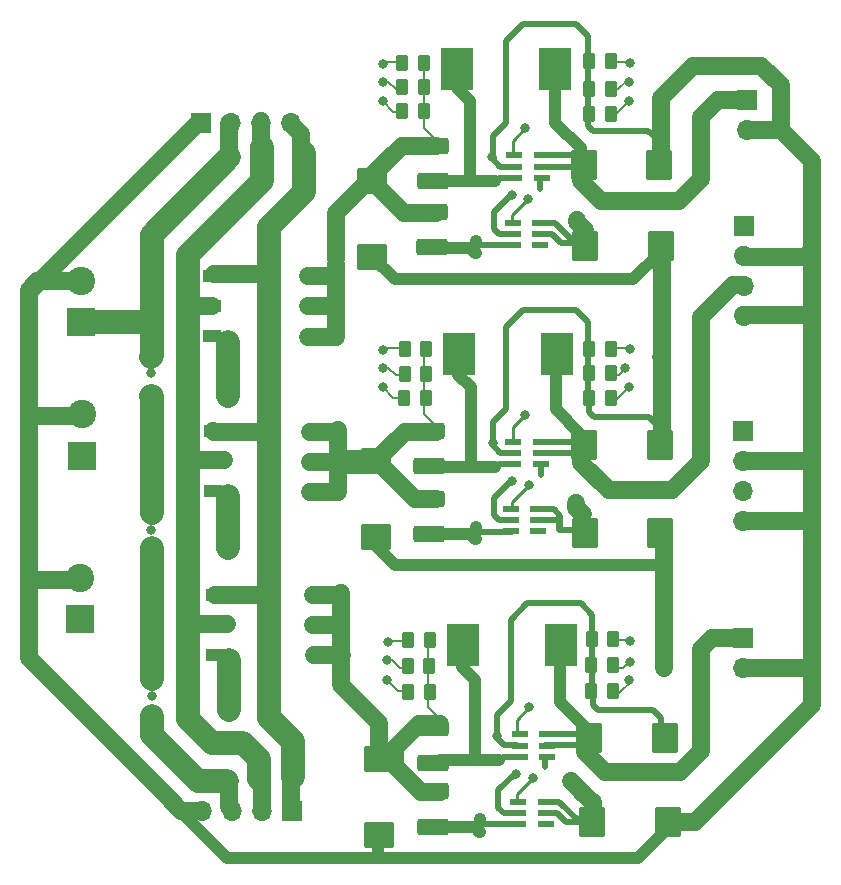
<source format=gbr>
%TF.GenerationSoftware,KiCad,Pcbnew,7.0.2*%
%TF.CreationDate,2023-05-19T15:17:25+02:00*%
%TF.ProjectId,78_1x39_1mm Solr tile,37382c31-7833-4392-9c31-6d6d20536f6c,rev?*%
%TF.SameCoordinates,Original*%
%TF.FileFunction,Copper,L2,Bot*%
%TF.FilePolarity,Positive*%
%FSLAX46Y46*%
G04 Gerber Fmt 4.6, Leading zero omitted, Abs format (unit mm)*
G04 Created by KiCad (PCBNEW 7.0.2) date 2023-05-19 15:17:25*
%MOMM*%
%LPD*%
G01*
G04 APERTURE LIST*
G04 Aperture macros list*
%AMRoundRect*
0 Rectangle with rounded corners*
0 $1 Rounding radius*
0 $2 $3 $4 $5 $6 $7 $8 $9 X,Y pos of 4 corners*
0 Add a 4 corners polygon primitive as box body*
4,1,4,$2,$3,$4,$5,$6,$7,$8,$9,$2,$3,0*
0 Add four circle primitives for the rounded corners*
1,1,$1+$1,$2,$3*
1,1,$1+$1,$4,$5*
1,1,$1+$1,$6,$7*
1,1,$1+$1,$8,$9*
0 Add four rect primitives between the rounded corners*
20,1,$1+$1,$2,$3,$4,$5,0*
20,1,$1+$1,$4,$5,$6,$7,0*
20,1,$1+$1,$6,$7,$8,$9,0*
20,1,$1+$1,$8,$9,$2,$3,0*%
G04 Aperture macros list end*
%TA.AperFunction,SMDPad,CuDef*%
%ADD10RoundRect,0.250000X-0.875000X-1.025000X0.875000X-1.025000X0.875000X1.025000X-0.875000X1.025000X0*%
%TD*%
%TA.AperFunction,SMDPad,CuDef*%
%ADD11RoundRect,0.250001X-1.074999X0.462499X-1.074999X-0.462499X1.074999X-0.462499X1.074999X0.462499X0*%
%TD*%
%TA.AperFunction,SMDPad,CuDef*%
%ADD12RoundRect,0.250000X0.262500X0.450000X-0.262500X0.450000X-0.262500X-0.450000X0.262500X-0.450000X0*%
%TD*%
%TA.AperFunction,ComponentPad*%
%ADD13R,1.700000X1.700000*%
%TD*%
%TA.AperFunction,ComponentPad*%
%ADD14O,1.700000X1.700000*%
%TD*%
%TA.AperFunction,SMDPad,CuDef*%
%ADD15RoundRect,0.088500X-0.596500X-0.206500X0.596500X-0.206500X0.596500X0.206500X-0.596500X0.206500X0*%
%TD*%
%TA.AperFunction,SMDPad,CuDef*%
%ADD16RoundRect,0.088500X0.596500X0.206500X-0.596500X0.206500X-0.596500X-0.206500X0.596500X-0.206500X0*%
%TD*%
%TA.AperFunction,SMDPad,CuDef*%
%ADD17RoundRect,0.250000X-1.025000X0.875000X-1.025000X-0.875000X1.025000X-0.875000X1.025000X0.875000X0*%
%TD*%
%TA.AperFunction,SMDPad,CuDef*%
%ADD18R,2.700000X3.600000*%
%TD*%
%TA.AperFunction,SMDPad,CuDef*%
%ADD19R,1.500000X1.100000*%
%TD*%
%TA.AperFunction,ComponentPad*%
%ADD20R,2.400000X2.400000*%
%TD*%
%TA.AperFunction,ComponentPad*%
%ADD21C,2.400000*%
%TD*%
%TA.AperFunction,ViaPad*%
%ADD22C,0.800000*%
%TD*%
%TA.AperFunction,Conductor*%
%ADD23C,0.500000*%
%TD*%
%TA.AperFunction,Conductor*%
%ADD24C,1.500000*%
%TD*%
%TA.AperFunction,Conductor*%
%ADD25C,1.000000*%
%TD*%
%TA.AperFunction,Conductor*%
%ADD26C,0.150000*%
%TD*%
%TA.AperFunction,Conductor*%
%ADD27C,0.250000*%
%TD*%
%TA.AperFunction,Conductor*%
%ADD28C,2.000000*%
%TD*%
G04 APERTURE END LIST*
D10*
%TO.P,MC5,1*%
%TO.N,SOLAR_LINE3*%
X81900000Y-74440000D03*
%TO.P,MC5,2*%
%TO.N,GND*%
X88300000Y-74440000D03*
%TD*%
D11*
%TO.P,MD1,1,K*%
%TO.N,VOUT_1*%
X69100000Y-49060000D03*
%TO.P,MD1,2,A*%
%TO.N,Net-(MD1-A)*%
X69100000Y-52035000D03*
%TD*%
D12*
%TO.P,MR7,1*%
%TO.N,Net-(J2-Pin_3)*%
X84117500Y-44225000D03*
%TO.P,MR7,2*%
%TO.N,GND*%
X82292500Y-44225000D03*
%TD*%
D11*
%TO.P,MD3,1,K*%
%TO.N,VOUT_2*%
X68710000Y-73250000D03*
%TO.P,MD3,2,A*%
%TO.N,Net-(MD3-A)*%
X68710000Y-76225000D03*
%TD*%
D12*
%TO.P,MR13,1*%
%TO.N,VOUT_3*%
X68790000Y-90935000D03*
%TO.P,MR13,2*%
%TO.N,Net-(J5-Pin_2)*%
X66965000Y-90935000D03*
%TD*%
D13*
%TO.P,J8,1,Pin_1*%
%TO.N,SOLAR_LINE4*%
X95320000Y-73240000D03*
D14*
%TO.P,J8,2,Pin_2*%
%TO.N,GND*%
X95320000Y-75780000D03*
%TO.P,J8,3,Pin_3*%
%TO.N,SOLAR_LINE5*%
X95320000Y-78320000D03*
%TO.P,J8,4,Pin_4*%
%TO.N,GND*%
X95320000Y-80860000D03*
%TD*%
D10*
%TO.P,MC8,1*%
%TO.N,SOLAR_LINE6*%
X82315000Y-99255000D03*
%TO.P,MC8,2*%
%TO.N,GND*%
X88715000Y-99255000D03*
%TD*%
%TO.P,MC7,1*%
%TO.N,SOLAR_LINE5*%
X82575000Y-106335000D03*
%TO.P,MC7,2*%
%TO.N,GND*%
X88975000Y-106335000D03*
%TD*%
D13*
%TO.P,J14,1,Pin_1*%
%TO.N,VOUT_5V0*%
X57160000Y-105390000D03*
D14*
%TO.P,J14,2,Pin_2*%
%TO.N,VOUT_9V0*%
X54620000Y-105390000D03*
%TO.P,J14,3,Pin_3*%
%TO.N,VOUT_12V0*%
X52080000Y-105390000D03*
%TO.P,J14,4,Pin_4*%
%TO.N,GND*%
X49540000Y-105390000D03*
%TD*%
D12*
%TO.P,MR6,1*%
%TO.N,Net-(J4-Pin_1)*%
X84122500Y-66270000D03*
%TO.P,MR6,2*%
%TO.N,GND*%
X82297500Y-66270000D03*
%TD*%
D15*
%TO.P,U5,1,SW*%
%TO.N,Net-(MD5-A)*%
X76305000Y-106495000D03*
%TO.P,U5,2,GND*%
%TO.N,GND*%
X76305000Y-105545000D03*
%TO.P,U5,3,FB*%
%TO.N,MT_FB_1*%
X76305000Y-104595000D03*
D16*
%TO.P,U5,4,EN*%
%TO.N,SOLAR_LINE5*%
X78645000Y-104595000D03*
%TO.P,U5,5,IN*%
X78645000Y-105545000D03*
%TO.P,U5,6*%
%TO.N,N/C*%
X78645000Y-106495000D03*
%TD*%
D12*
%TO.P,MR9,1*%
%TO.N,VOUT_2*%
X68492500Y-70470000D03*
%TO.P,MR9,2*%
%TO.N,Net-(J3-Pin_4)*%
X66667500Y-70470000D03*
%TD*%
%TO.P,MR2,1*%
%TO.N,Net-(J2-Pin_1)*%
X84147500Y-41935000D03*
%TO.P,MR2,2*%
%TO.N,GND*%
X82322500Y-41935000D03*
%TD*%
%TO.P,MR17,1*%
%TO.N,VOUT_3*%
X68820000Y-95295000D03*
%TO.P,MR17,2*%
%TO.N,Net-(J5-Pin_6)*%
X66995000Y-95295000D03*
%TD*%
D17*
%TO.P,MC6,1*%
%TO.N,VOUT_2*%
X64270000Y-75800000D03*
%TO.P,MC6,2*%
%TO.N,GND*%
X64270000Y-82200000D03*
%TD*%
D18*
%TO.P,ML2,1,1*%
%TO.N,SOLAR_LINE1*%
X79430000Y-42540000D03*
%TO.P,ML2,2,2*%
%TO.N,Net-(MD2-A)*%
X71130000Y-42540000D03*
%TD*%
D13*
%TO.P,J7,1,Pin_1*%
%TO.N,SOLAR_LINE6*%
X95310000Y-90790000D03*
D14*
%TO.P,J7,2,Pin_2*%
%TO.N,GND*%
X95310000Y-93330000D03*
%TD*%
D15*
%TO.P,U4,1,SW*%
%TO.N,Net-(MD4-A)*%
X75860000Y-76020000D03*
%TO.P,U4,2,GND*%
%TO.N,GND*%
X75860000Y-75070000D03*
%TO.P,U4,3,FB*%
%TO.N,MT_FB_1*%
X75860000Y-74120000D03*
D16*
%TO.P,U4,4,EN*%
%TO.N,SOLAR_LINE3*%
X78200000Y-74120000D03*
%TO.P,U4,5,IN*%
X78200000Y-75070000D03*
%TO.P,U4,6*%
%TO.N,N/C*%
X78200000Y-76020000D03*
%TD*%
D11*
%TO.P,MD2,1,K*%
%TO.N,VOUT_1*%
X69040000Y-54705000D03*
%TO.P,MD2,2,A*%
%TO.N,Net-(MD2-A)*%
X69040000Y-57680000D03*
%TD*%
D12*
%TO.P,MR15,1*%
%TO.N,VOUT_3*%
X68780000Y-93125000D03*
%TO.P,MR15,2*%
%TO.N,Net-(J5-Pin_4)*%
X66955000Y-93125000D03*
%TD*%
D18*
%TO.P,ML4,1,1*%
%TO.N,SOLAR_LINE3*%
X79580000Y-66670000D03*
%TO.P,ML4,2,2*%
%TO.N,Net-(MD4-A)*%
X71280000Y-66670000D03*
%TD*%
D10*
%TO.P,MC3,1*%
%TO.N,SOLAR_LINE1*%
X81835000Y-50675000D03*
%TO.P,MC3,2*%
%TO.N,GND*%
X88235000Y-50675000D03*
%TD*%
D13*
%TO.P,J15,1,Pin_1*%
%TO.N,GND*%
X49400000Y-47120000D03*
D14*
%TO.P,J15,2,Pin_2*%
%TO.N,VOUT_12V0*%
X51940000Y-47120000D03*
%TO.P,J15,3,Pin_3*%
%TO.N,VOUT_9V0*%
X54480000Y-47120000D03*
%TO.P,J15,4,Pin_4*%
%TO.N,VOUT_5V0*%
X57020000Y-47120000D03*
%TD*%
D19*
%TO.P,SW3,1*%
%TO.N,VOUT_1*%
X59300000Y-60080000D03*
%TO.P,SW3,2*%
X59300000Y-62620000D03*
%TO.P,SW3,3*%
X59300000Y-65160000D03*
%TO.P,SW3,4*%
%TO.N,VOUT_5V0*%
X50400000Y-65160000D03*
%TO.P,SW3,5*%
%TO.N,VOUT_9V0*%
X50400000Y-62620000D03*
%TO.P,SW3,6*%
%TO.N,VOUT_12V0*%
X50400000Y-60080000D03*
%TD*%
%TO.P,SW2,1*%
%TO.N,VOUT_2*%
X59400000Y-73250000D03*
%TO.P,SW2,2*%
X59400000Y-75790000D03*
%TO.P,SW2,3*%
X59400000Y-78330000D03*
%TO.P,SW2,4*%
%TO.N,VOUT_5V0*%
X50500000Y-78330000D03*
%TO.P,SW2,5*%
%TO.N,VOUT_9V0*%
X50500000Y-75790000D03*
%TO.P,SW2,6*%
%TO.N,VOUT_12V0*%
X50500000Y-73250000D03*
%TD*%
D10*
%TO.P,MC4,1*%
%TO.N,SOLAR_LINE4*%
X81940000Y-81820000D03*
%TO.P,MC4,2*%
%TO.N,GND*%
X88340000Y-81820000D03*
%TD*%
%TO.P,MC1,1*%
%TO.N,SOLAR_LINE2*%
X81975000Y-57585000D03*
%TO.P,MC1,2*%
%TO.N,GND*%
X88375000Y-57585000D03*
%TD*%
D20*
%TO.P,J11,1,Pin_1*%
%TO.N,VOUT_5V0*%
X39310000Y-63990000D03*
D21*
%TO.P,J11,2,Pin_2*%
%TO.N,GND*%
X39310000Y-60490000D03*
%TD*%
D17*
%TO.P,MC2,1*%
%TO.N,VOUT_1*%
X63950000Y-52080000D03*
%TO.P,MC2,2*%
%TO.N,GND*%
X63950000Y-58480000D03*
%TD*%
D15*
%TO.P,U3,1,SW*%
%TO.N,Net-(MD3-A)*%
X75650000Y-81730000D03*
%TO.P,U3,2,GND*%
%TO.N,GND*%
X75650000Y-80780000D03*
%TO.P,U3,3,FB*%
%TO.N,MT_FB_1*%
X75650000Y-79830000D03*
D16*
%TO.P,U3,4,EN*%
%TO.N,SOLAR_LINE4*%
X77990000Y-79830000D03*
%TO.P,U3,5,IN*%
X77990000Y-80780000D03*
%TO.P,U3,6*%
%TO.N,N/C*%
X77990000Y-81730000D03*
%TD*%
D15*
%TO.P,U2,1,SW*%
%TO.N,Net-(MD2-A)*%
X75935000Y-51785000D03*
%TO.P,U2,2,GND*%
%TO.N,GND*%
X75935000Y-50835000D03*
%TO.P,U2,3,FB*%
%TO.N,MT_FB_1*%
X75935000Y-49885000D03*
D16*
%TO.P,U2,4,EN*%
%TO.N,SOLAR_LINE1*%
X78275000Y-49885000D03*
%TO.P,U2,5,IN*%
X78275000Y-50835000D03*
%TO.P,U2,6*%
%TO.N,N/C*%
X78275000Y-51785000D03*
%TD*%
D13*
%TO.P,J9,1,Pin_1*%
%TO.N,SOLAR_LINE2*%
X95450000Y-55870000D03*
D14*
%TO.P,J9,2,Pin_2*%
%TO.N,GND*%
X95450000Y-58410000D03*
%TO.P,J9,3,Pin_3*%
%TO.N,SOLAR_LINE3*%
X95450000Y-60950000D03*
%TO.P,J9,4,Pin_4*%
%TO.N,GND*%
X95450000Y-63490000D03*
%TD*%
D12*
%TO.P,MR16,1*%
%TO.N,Net-(J6-Pin_3)*%
X84297500Y-93045000D03*
%TO.P,MR16,2*%
%TO.N,GND*%
X82472500Y-93045000D03*
%TD*%
D18*
%TO.P,ML6,1,1*%
%TO.N,SOLAR_LINE6*%
X79890000Y-91380000D03*
%TO.P,ML6,2,2*%
%TO.N,Net-(MD6-A)*%
X71590000Y-91380000D03*
%TD*%
D11*
%TO.P,MD6,1,K*%
%TO.N,VOUT_3*%
X69050000Y-103745000D03*
%TO.P,MD6,2,A*%
%TO.N,Net-(MD6-A)*%
X69050000Y-106720000D03*
%TD*%
D12*
%TO.P,MR1,1*%
%TO.N,VOUT_1*%
X68307500Y-44085000D03*
%TO.P,MR1,2*%
%TO.N,Net-(J1-Pin_2)*%
X66482500Y-44085000D03*
%TD*%
D20*
%TO.P,J13,1,Pin_1*%
%TO.N,VOUT_12V0*%
X39170000Y-89180000D03*
D21*
%TO.P,J13,2,Pin_2*%
%TO.N,GND*%
X39170000Y-85680000D03*
%TD*%
D12*
%TO.P,MR5,1*%
%TO.N,VOUT_2*%
X68512500Y-66300000D03*
%TO.P,MR5,2*%
%TO.N,Net-(J3-Pin_2)*%
X66687500Y-66300000D03*
%TD*%
%TO.P,MR4,1*%
%TO.N,VOUT_1*%
X68307500Y-46125000D03*
%TO.P,MR4,2*%
%TO.N,Net-(J1-Pin_6)*%
X66482500Y-46125000D03*
%TD*%
D15*
%TO.P,U1,1,SW*%
%TO.N,Net-(MD1-A)*%
X75835000Y-57505000D03*
%TO.P,U1,2,GND*%
%TO.N,GND*%
X75835000Y-56555000D03*
%TO.P,U1,3,FB*%
%TO.N,MT_FB_1*%
X75835000Y-55605000D03*
D16*
%TO.P,U1,4,EN*%
%TO.N,SOLAR_LINE2*%
X78175000Y-55605000D03*
%TO.P,U1,5,IN*%
X78175000Y-56555000D03*
%TO.P,U1,6*%
%TO.N,N/C*%
X78175000Y-57505000D03*
%TD*%
D13*
%TO.P,J10,1,Pin_1*%
%TO.N,SOLAR_LINE1*%
X95680000Y-45230000D03*
D14*
%TO.P,J10,2,Pin_2*%
%TO.N,GND*%
X95680000Y-47770000D03*
%TD*%
D15*
%TO.P,U6,1,SW*%
%TO.N,Net-(MD6-A)*%
X76415000Y-100805000D03*
%TO.P,U6,2,GND*%
%TO.N,GND*%
X76415000Y-99855000D03*
%TO.P,U6,3,FB*%
%TO.N,MT_FB_1*%
X76415000Y-98905000D03*
D16*
%TO.P,U6,4,EN*%
%TO.N,SOLAR_LINE6*%
X78755000Y-98905000D03*
%TO.P,U6,5,IN*%
X78755000Y-99855000D03*
%TO.P,U6,6*%
%TO.N,N/C*%
X78755000Y-100805000D03*
%TD*%
D20*
%TO.P,J12,1,Pin_1*%
%TO.N,VOUT_9V0*%
X39360000Y-75310000D03*
D21*
%TO.P,J12,2,Pin_2*%
%TO.N,GND*%
X39360000Y-71810000D03*
%TD*%
D11*
%TO.P,MD4,1,K*%
%TO.N,VOUT_2*%
X68760000Y-78975000D03*
%TO.P,MD4,2,A*%
%TO.N,Net-(MD4-A)*%
X68760000Y-81950000D03*
%TD*%
D12*
%TO.P,MR12,1*%
%TO.N,Net-(J4-Pin_5)*%
X84122500Y-68330000D03*
%TO.P,MR12,2*%
%TO.N,GND*%
X82297500Y-68330000D03*
%TD*%
D19*
%TO.P,SW1,1*%
%TO.N,VOUT_3*%
X59550000Y-87110000D03*
%TO.P,SW1,2*%
X59550000Y-89650000D03*
%TO.P,SW1,3*%
X59550000Y-92190000D03*
%TO.P,SW1,4*%
%TO.N,VOUT_5V0*%
X50650000Y-92190000D03*
%TO.P,SW1,5*%
%TO.N,VOUT_9V0*%
X50650000Y-89650000D03*
%TO.P,SW1,6*%
%TO.N,VOUT_12V0*%
X50650000Y-87110000D03*
%TD*%
D12*
%TO.P,MR14,1*%
%TO.N,Net-(J6-Pin_1)*%
X84335000Y-90845000D03*
%TO.P,MR14,2*%
%TO.N,GND*%
X82510000Y-90845000D03*
%TD*%
%TO.P,MR3,1*%
%TO.N,VOUT_1*%
X68307500Y-42055000D03*
%TO.P,MR3,2*%
%TO.N,Net-(J1-Pin_4)*%
X66482500Y-42055000D03*
%TD*%
%TO.P,MR11,1*%
%TO.N,VOUT_2*%
X68512500Y-68370000D03*
%TO.P,MR11,2*%
%TO.N,Net-(J3-Pin_6)*%
X66687500Y-68370000D03*
%TD*%
%TO.P,MR10,1*%
%TO.N,Net-(J4-Pin_3)*%
X84132500Y-70390000D03*
%TO.P,MR10,2*%
%TO.N,GND*%
X82307500Y-70390000D03*
%TD*%
D11*
%TO.P,MD5,1,K*%
%TO.N,VOUT_3*%
X69060000Y-98330000D03*
%TO.P,MD5,2,A*%
%TO.N,Net-(MD5-A)*%
X69060000Y-101305000D03*
%TD*%
D17*
%TO.P,MC9,1*%
%TO.N,VOUT_3*%
X64495000Y-101005000D03*
%TO.P,MC9,2*%
%TO.N,GND*%
X64495000Y-107405000D03*
%TD*%
D12*
%TO.P,MR18,1*%
%TO.N,Net-(J6-Pin_5)*%
X84325000Y-95215000D03*
%TO.P,MR18,2*%
%TO.N,GND*%
X82500000Y-95215000D03*
%TD*%
%TO.P,MR8,1*%
%TO.N,Net-(J2-Pin_5)*%
X84137500Y-46365000D03*
%TO.P,MR8,2*%
%TO.N,GND*%
X82312500Y-46365000D03*
%TD*%
D22*
%TO.N,GND*%
X88575000Y-91980000D03*
X88595000Y-90670000D03*
X88625000Y-93250000D03*
X76102500Y-102247500D03*
X88460000Y-68090000D03*
X74472500Y-99047500D03*
X88460000Y-69130000D03*
X75755000Y-77475000D03*
X74125000Y-74275000D03*
X88420000Y-66950000D03*
X75740000Y-53250000D03*
X74110000Y-50050000D03*
%TO.N,Net-(MD1-A)*%
X72720000Y-57110000D03*
X72700000Y-58170000D03*
%TO.N,Net-(J1-Pin_2)*%
X85685000Y-43655000D03*
%TO.N,Net-(J2-Pin_5)*%
X64815000Y-43635000D03*
%TO.N,MT_FB_1*%
X77170000Y-53590000D03*
X64875864Y-42124136D03*
X85755000Y-42045000D03*
X65238364Y-91121636D03*
X76905000Y-71835000D03*
X85720000Y-94340000D03*
X77532500Y-102587500D03*
X76890000Y-47610000D03*
X65187500Y-94312500D03*
X85650000Y-45270000D03*
X85750000Y-90970000D03*
X77185000Y-77815000D03*
X77252500Y-96607500D03*
X64825000Y-45315000D03*
%TO.N,Net-(J3-Pin_2)*%
X64890864Y-66349136D03*
%TO.N,Net-(J3-Pin_4)*%
X64840000Y-69540000D03*
%TO.N,Net-(J3-Pin_6)*%
X64830000Y-67860000D03*
%TO.N,Net-(J4-Pin_1)*%
X85770000Y-66270000D03*
%TO.N,Net-(J4-Pin_3)*%
X85665000Y-69495000D03*
%TO.N,Net-(J4-Pin_5)*%
X85370000Y-67890000D03*
%TO.N,Net-(MD3-A)*%
X72715000Y-82395000D03*
X72735000Y-81335000D03*
%TO.N,Net-(J5-Pin_2)*%
X85750000Y-92790000D03*
%TO.N,Net-(J6-Pin_5)*%
X65177500Y-92632500D03*
%TO.N,Net-(MD5-A)*%
X73062500Y-107167500D03*
X73082500Y-106107500D03*
%TO.N,SOLAR_LINE4*%
X81210000Y-79280000D03*
X81750000Y-80270000D03*
%TO.N,SOLAR_LINE5*%
X82640000Y-104650000D03*
X81740000Y-103870000D03*
%TO.N,SOLAR_LINE2*%
X81310000Y-55340000D03*
X81960000Y-56200000D03*
%TO.N,VOUT_5V0*%
X51790000Y-68510000D03*
X51810000Y-95490000D03*
X51770000Y-81560000D03*
X45260000Y-83120000D03*
X51770000Y-70100000D03*
X51770000Y-67080000D03*
X51790000Y-94060000D03*
X45250000Y-70240000D03*
X45320000Y-94200000D03*
X51750000Y-80130000D03*
X51750000Y-83150000D03*
X45310000Y-95680000D03*
X45330000Y-97360000D03*
X45240000Y-81590000D03*
X45260000Y-80160000D03*
X45240000Y-68350000D03*
X45210000Y-66950000D03*
X51860000Y-96720000D03*
%TO.N,VOUT_9V0*%
X48360000Y-75410000D03*
X48330000Y-77220000D03*
X48330000Y-73970000D03*
%TO.N,VOUT_12V0*%
X55180000Y-89240000D03*
X55150000Y-87800000D03*
X55150000Y-91050000D03*
%TD*%
D23*
%TO.N,*%
X78190000Y-76020000D02*
X78190000Y-76930000D01*
X78537500Y-100792500D02*
X78537500Y-101702500D01*
X78175000Y-51795000D02*
X78175000Y-52705000D01*
%TO.N,GND*%
X74135000Y-50225000D02*
X74135000Y-50075000D01*
D24*
X34990000Y-61390000D02*
X34870000Y-61270000D01*
D23*
X76102500Y-102247500D02*
X76022500Y-102247500D01*
D24*
X101060000Y-63420000D02*
X101180000Y-63540000D01*
D23*
X75660000Y-53250000D02*
X74260000Y-54650000D01*
X74125000Y-74275000D02*
X74150000Y-74250000D01*
X82565000Y-95392500D02*
X82605000Y-95432500D01*
D25*
X88375000Y-57585000D02*
X88375000Y-58065000D01*
D23*
X87692500Y-96827500D02*
X88377500Y-97512500D01*
D24*
X46555000Y-104145000D02*
X47600000Y-105190000D01*
X88452500Y-66917500D02*
X88420000Y-66950000D01*
D23*
X74497500Y-99072500D02*
X74472500Y-99047500D01*
X75740000Y-53250000D02*
X75730000Y-53260000D01*
X75647500Y-96122500D02*
X75647500Y-89192500D01*
X74150000Y-72500000D02*
X75300000Y-71350000D01*
X74472500Y-99047500D02*
X74497500Y-99022500D01*
D24*
X39010000Y-85820000D02*
X35050000Y-85820000D01*
D23*
X82217500Y-70620000D02*
X82257500Y-70660000D01*
D24*
X88452500Y-74772500D02*
X88460000Y-74780000D01*
D23*
X83022500Y-96827500D02*
X87692500Y-96827500D01*
D24*
X49350000Y-47120000D02*
X49200000Y-47120000D01*
D23*
X76695000Y-38785000D02*
X81215000Y-38785000D01*
X74497500Y-99022500D02*
X74497500Y-97272500D01*
X82257500Y-70660000D02*
X82257500Y-71637500D01*
D24*
X98560000Y-47760000D02*
X95600000Y-47760000D01*
X88620000Y-93245000D02*
X88625000Y-93250000D01*
D25*
X88737500Y-107062500D02*
X86422500Y-109377500D01*
D23*
X75300000Y-64420000D02*
X76710000Y-63010000D01*
X75300000Y-71350000D02*
X75300000Y-64420000D01*
X82565000Y-88770000D02*
X82565000Y-95392500D01*
D25*
X86422500Y-109377500D02*
X69580000Y-109377500D01*
D23*
X74150000Y-74450000D02*
X74150000Y-74300000D01*
X76022500Y-102247500D02*
X74622500Y-103647500D01*
X88030000Y-72740000D02*
X88030000Y-74800000D01*
D25*
X64400000Y-107500000D02*
X64495000Y-107405000D01*
D23*
X87345000Y-72055000D02*
X88030000Y-72740000D01*
D24*
X88452500Y-57285000D02*
X88452500Y-66917500D01*
D23*
X74150000Y-74300000D02*
X74125000Y-74275000D01*
X82660000Y-47830000D02*
X87330000Y-47830000D01*
D24*
X100580000Y-49780000D02*
X98560000Y-47760000D01*
D23*
X75285000Y-40195000D02*
X76695000Y-38785000D01*
X74497500Y-97272500D02*
X75647500Y-96122500D01*
D25*
X88165000Y-84605000D02*
X65865000Y-84605000D01*
D24*
X95360000Y-58340000D02*
X95480000Y-58460000D01*
X47790000Y-105380000D02*
X49340000Y-105380000D01*
X101180000Y-85520000D02*
X101180000Y-83480000D01*
X88460000Y-69130000D02*
X88452500Y-69137500D01*
D23*
X74715000Y-80785000D02*
X75815000Y-80785000D01*
D24*
X98560000Y-43970000D02*
X96870000Y-42280000D01*
X88975000Y-106335000D02*
X91305000Y-106335000D01*
D25*
X88610000Y-84160000D02*
X88165000Y-84605000D01*
X65865000Y-84605000D02*
X63965000Y-82705000D01*
X88737500Y-106582500D02*
X88737500Y-107062500D01*
D24*
X101180000Y-50380000D02*
X98560000Y-47760000D01*
D23*
X82242500Y-47412500D02*
X82660000Y-47830000D01*
X74135000Y-50075000D02*
X74110000Y-50050000D01*
X75835000Y-50845000D02*
X74755000Y-50845000D01*
D24*
X88460000Y-68090000D02*
X88452500Y-68097500D01*
X101180000Y-85520000D02*
X101180000Y-50380000D01*
D23*
X75850000Y-75070000D02*
X74770000Y-75070000D01*
D24*
X101180000Y-96460000D02*
X101180000Y-92490000D01*
X35580000Y-60560000D02*
X34870000Y-61270000D01*
X34870000Y-92460000D02*
X46555000Y-104145000D01*
D23*
X75117500Y-99842500D02*
X74497500Y-99222500D01*
D24*
X91130000Y-42280000D02*
X88407500Y-45002500D01*
X96870000Y-42280000D02*
X91130000Y-42280000D01*
X34870000Y-86480000D02*
X34870000Y-92460000D01*
D23*
X77057500Y-87782500D02*
X81577500Y-87782500D01*
X76102500Y-102247500D02*
X76092500Y-102257500D01*
D24*
X101180000Y-83480000D02*
X101180000Y-80830000D01*
D23*
X74497500Y-99222500D02*
X74497500Y-99072500D01*
D24*
X88452500Y-66982500D02*
X88452500Y-68082500D01*
D23*
X81230000Y-63010000D02*
X82217500Y-63997500D01*
D25*
X65850000Y-60380000D02*
X63950000Y-58480000D01*
D23*
X74260000Y-54650000D02*
X74260000Y-56120000D01*
X82202500Y-46395000D02*
X82242500Y-46435000D01*
X88377500Y-97512500D02*
X88377500Y-99572500D01*
D24*
X88452500Y-68097500D02*
X88452500Y-69122500D01*
D23*
X88015000Y-48515000D02*
X88015000Y-50575000D01*
X74622500Y-105117500D02*
X75062500Y-105557500D01*
X81577500Y-87782500D02*
X82565000Y-88770000D01*
D25*
X46555000Y-104255000D02*
X46555000Y-104145000D01*
D23*
X74622500Y-103647500D02*
X74622500Y-105117500D01*
D24*
X101180000Y-80830000D02*
X95420000Y-80830000D01*
X88420000Y-66950000D02*
X88452500Y-66982500D01*
D25*
X86060000Y-60380000D02*
X65850000Y-60380000D01*
D24*
X88452500Y-69122500D02*
X88460000Y-69130000D01*
D23*
X74135000Y-50025000D02*
X74135000Y-48275000D01*
D24*
X47600000Y-105190000D02*
X47790000Y-105380000D01*
D23*
X75675000Y-77475000D02*
X74275000Y-78875000D01*
X74770000Y-75070000D02*
X74150000Y-74450000D01*
X81215000Y-38785000D02*
X82202500Y-39772500D01*
D25*
X88390000Y-81810000D02*
X88610000Y-82030000D01*
D24*
X101180000Y-93720000D02*
X101180000Y-85520000D01*
X88407500Y-45002500D02*
X88407500Y-50520000D01*
X95400000Y-93310000D02*
X100770000Y-93310000D01*
X91305000Y-106335000D02*
X101180000Y-96460000D01*
X88620000Y-92025000D02*
X88620000Y-93245000D01*
D23*
X82217500Y-63997500D02*
X82217500Y-70620000D01*
X74135000Y-48275000D02*
X75285000Y-47125000D01*
X82605000Y-96410000D02*
X83022500Y-96827500D01*
X75740000Y-53250000D02*
X75660000Y-53250000D01*
D24*
X34910000Y-72810000D02*
X34870000Y-72770000D01*
D23*
X75755000Y-77475000D02*
X75675000Y-77475000D01*
D24*
X100640000Y-58460000D02*
X100580000Y-58400000D01*
D23*
X76197500Y-99842500D02*
X75117500Y-99842500D01*
D24*
X98560000Y-47760000D02*
X98560000Y-43970000D01*
D23*
X87330000Y-47830000D02*
X88015000Y-48515000D01*
D24*
X88610000Y-82160000D02*
X88610000Y-91945000D01*
D23*
X74700000Y-56560000D02*
X75800000Y-56560000D01*
X82605000Y-95432500D02*
X82605000Y-96410000D01*
X82257500Y-71637500D02*
X82675000Y-72055000D01*
D24*
X88452500Y-69137500D02*
X88452500Y-74772500D01*
D23*
X74275000Y-80345000D02*
X74715000Y-80785000D01*
X75062500Y-105557500D02*
X76162500Y-105557500D01*
D24*
X34870000Y-72770000D02*
X34870000Y-86480000D01*
D23*
X74275000Y-78875000D02*
X74275000Y-80345000D01*
X74755000Y-50845000D02*
X74135000Y-50225000D01*
X82202500Y-39772500D02*
X82202500Y-46395000D01*
D25*
X88375000Y-58065000D02*
X86060000Y-60380000D01*
D24*
X95360000Y-63420000D02*
X101060000Y-63420000D01*
X95420000Y-75750000D02*
X100580000Y-75750000D01*
X95480000Y-58460000D02*
X100640000Y-58460000D01*
X34870000Y-61270000D02*
X34870000Y-72770000D01*
X35050000Y-61270000D02*
X34870000Y-61270000D01*
X39335000Y-71930000D02*
X34965000Y-71930000D01*
D23*
X74150000Y-74250000D02*
X74150000Y-72500000D01*
X75285000Y-47125000D02*
X75285000Y-40195000D01*
D25*
X69580000Y-109377500D02*
X64400000Y-109377500D01*
D23*
X75755000Y-77475000D02*
X75745000Y-77485000D01*
D25*
X51677500Y-109377500D02*
X46555000Y-104255000D01*
D23*
X74260000Y-56120000D02*
X74700000Y-56560000D01*
X75647500Y-89192500D02*
X77057500Y-87782500D01*
X82242500Y-46435000D02*
X82242500Y-47412500D01*
X82675000Y-72055000D02*
X87345000Y-72055000D01*
D24*
X49200000Y-47120000D02*
X35050000Y-61270000D01*
D23*
X76710000Y-63010000D02*
X81230000Y-63010000D01*
X74110000Y-50050000D02*
X74135000Y-50025000D01*
D24*
X39300000Y-60560000D02*
X35580000Y-60560000D01*
X88452500Y-68082500D02*
X88460000Y-68090000D01*
D25*
X69580000Y-109377500D02*
X51677500Y-109377500D01*
X64400000Y-109377500D02*
X64400000Y-107500000D01*
D24*
X100770000Y-93310000D02*
X101180000Y-93720000D01*
D25*
%TO.N,Net-(MD1-A)*%
X72300000Y-57820000D02*
X72237500Y-57757500D01*
D23*
X75800000Y-57510000D02*
X72485000Y-57510000D01*
D25*
X72650000Y-58170000D02*
X72700000Y-58170000D01*
X72237500Y-57757500D02*
X69300000Y-57757500D01*
X72720000Y-57110000D02*
X72720000Y-57400000D01*
X72237500Y-57757500D02*
X72650000Y-58170000D01*
X72720000Y-57400000D02*
X72300000Y-57820000D01*
D23*
X72485000Y-57510000D02*
X72237500Y-57757500D01*
D26*
%TO.N,Net-(J1-Pin_2)*%
X85555000Y-43505000D02*
X85905000Y-43505000D01*
X84067500Y-44275000D02*
X84785000Y-44275000D01*
X84785000Y-44275000D02*
X85555000Y-43505000D01*
%TO.N,Net-(J2-Pin_5)*%
X64815000Y-43635000D02*
X64725000Y-43545000D01*
X65915000Y-44265000D02*
X66452500Y-44265000D01*
X65285000Y-43635000D02*
X65915000Y-44265000D01*
X64815000Y-43635000D02*
X65285000Y-43635000D01*
D27*
%TO.N,MT_FB_1*%
X77252500Y-96607500D02*
X76277500Y-97582500D01*
D26*
X64992114Y-41995000D02*
X66417886Y-41995000D01*
D27*
X77170000Y-53600000D02*
X75800000Y-54970000D01*
D26*
X85825000Y-45445000D02*
X85895000Y-45445000D01*
X85665000Y-41955000D02*
X85785000Y-42075000D01*
X85650000Y-45270000D02*
X84485000Y-46435000D01*
D27*
X75850000Y-72890000D02*
X75930000Y-72810000D01*
D26*
X85650000Y-45270000D02*
X85825000Y-45445000D01*
X64825000Y-45315000D02*
X64715000Y-45205000D01*
D27*
X76162500Y-103967500D02*
X76162500Y-104607500D01*
D26*
X65238364Y-91121636D02*
X65389228Y-91272500D01*
X65354614Y-90992500D02*
X66780386Y-90992500D01*
X65187500Y-94312500D02*
X65077500Y-94202500D01*
D27*
X77185000Y-77815000D02*
X77185000Y-77825000D01*
X75850000Y-74120000D02*
X75850000Y-72890000D01*
D26*
X64875864Y-42124136D02*
X64905000Y-42095000D01*
D27*
X77185000Y-77825000D02*
X75815000Y-79195000D01*
D26*
X65238364Y-91121636D02*
X65267500Y-91092500D01*
D27*
X75800000Y-54970000D02*
X75800000Y-55610000D01*
X75835000Y-49895000D02*
X75835000Y-48665000D01*
D26*
X84450000Y-90952500D02*
X86027500Y-90952500D01*
X86012500Y-94267500D02*
X84847500Y-95432500D01*
X84847500Y-95432500D02*
X84430000Y-95432500D01*
X84485000Y-46435000D02*
X84067500Y-46435000D01*
D27*
X76197500Y-98892500D02*
X76197500Y-97662500D01*
X76197500Y-97662500D02*
X76277500Y-97582500D01*
D26*
X64905000Y-42095000D02*
X64905000Y-41985000D01*
D27*
X77532500Y-102587500D02*
X77532500Y-102597500D01*
D26*
X64825000Y-45315000D02*
X65725000Y-46215000D01*
D27*
X76890000Y-47610000D02*
X75915000Y-48585000D01*
X76905000Y-71835000D02*
X75930000Y-72810000D01*
X77170000Y-53590000D02*
X77170000Y-53600000D01*
D26*
X65187500Y-94312500D02*
X66087500Y-95212500D01*
D27*
X75815000Y-79195000D02*
X75815000Y-79835000D01*
D26*
X65267500Y-91092500D02*
X65267500Y-90982500D01*
X64875864Y-42124136D02*
X65026728Y-42275000D01*
X84087500Y-41955000D02*
X85665000Y-41955000D01*
X65725000Y-46215000D02*
X66462500Y-46215000D01*
D27*
X77532500Y-102597500D02*
X76162500Y-103967500D01*
D26*
X66087500Y-95212500D02*
X66825000Y-95212500D01*
D27*
X75835000Y-48665000D02*
X75915000Y-48585000D01*
D23*
%TO.N,Net-(MD2-A)*%
X75835000Y-51795000D02*
X74645000Y-51795000D01*
X74370000Y-52070000D02*
X73570000Y-52070000D01*
D25*
X72245000Y-45305000D02*
X72245000Y-51905000D01*
X69335000Y-52042500D02*
X74342500Y-52042500D01*
X71155000Y-44215000D02*
X72245000Y-45305000D01*
D23*
X74645000Y-51795000D02*
X74370000Y-52070000D01*
D25*
X72245000Y-51905000D02*
X72225000Y-51925000D01*
X71155000Y-41895000D02*
X71155000Y-44215000D01*
D26*
%TO.N,Net-(J3-Pin_2)*%
X64920000Y-66320000D02*
X64920000Y-66210000D01*
X65007114Y-66220000D02*
X66432886Y-66220000D01*
X64890864Y-66349136D02*
X64920000Y-66320000D01*
X64890864Y-66349136D02*
X65041728Y-66500000D01*
%TO.N,Net-(J3-Pin_4)*%
X64840000Y-69540000D02*
X64730000Y-69430000D01*
X64840000Y-69540000D02*
X65740000Y-70440000D01*
X65740000Y-70440000D02*
X66477500Y-70440000D01*
%TO.N,Net-(J3-Pin_6)*%
X65930000Y-68490000D02*
X66467500Y-68490000D01*
X65300000Y-67860000D02*
X65930000Y-68490000D01*
X64830000Y-67860000D02*
X65300000Y-67860000D01*
X64830000Y-67860000D02*
X64740000Y-67770000D01*
%TO.N,Net-(J4-Pin_1)*%
X85680000Y-66180000D02*
X85800000Y-66300000D01*
X84102500Y-66180000D02*
X85680000Y-66180000D01*
%TO.N,Net-(J4-Pin_3)*%
X84500000Y-70660000D02*
X84082500Y-70660000D01*
X85840000Y-69670000D02*
X85910000Y-69670000D01*
X85665000Y-69495000D02*
X84500000Y-70660000D01*
X85665000Y-69495000D02*
X85840000Y-69670000D01*
%TO.N,Net-(J4-Pin_5)*%
X84800000Y-68500000D02*
X85570000Y-67730000D01*
X84082500Y-68500000D02*
X84800000Y-68500000D01*
D25*
%TO.N,Net-(MD3-A)*%
X72252500Y-81982500D02*
X72665000Y-82395000D01*
X72665000Y-82395000D02*
X72715000Y-82395000D01*
D23*
X72500000Y-81735000D02*
X72252500Y-81982500D01*
D25*
X72252500Y-81982500D02*
X69315000Y-81982500D01*
X72315000Y-82045000D02*
X72252500Y-81982500D01*
X72735000Y-81625000D02*
X72315000Y-82045000D01*
X72735000Y-81335000D02*
X72735000Y-81625000D01*
D23*
X75815000Y-81735000D02*
X72500000Y-81735000D01*
D25*
%TO.N,Net-(MD4-A)*%
X71170000Y-66120000D02*
X71170000Y-68440000D01*
D23*
X74660000Y-76020000D02*
X74385000Y-76295000D01*
D25*
X72260000Y-76130000D02*
X72240000Y-76150000D01*
X72260000Y-69530000D02*
X72260000Y-76130000D01*
D23*
X75850000Y-76020000D02*
X74660000Y-76020000D01*
D25*
X69350000Y-76267500D02*
X74357500Y-76267500D01*
D23*
X74385000Y-76295000D02*
X73585000Y-76295000D01*
D25*
X71170000Y-68440000D02*
X72260000Y-69530000D01*
D26*
%TO.N,Net-(J5-Pin_2)*%
X84430000Y-93272500D02*
X85147500Y-93272500D01*
X85147500Y-93272500D02*
X85917500Y-92502500D01*
%TO.N,Net-(J6-Pin_5)*%
X66277500Y-93262500D02*
X66815000Y-93262500D01*
X65647500Y-92632500D02*
X66277500Y-93262500D01*
X65177500Y-92632500D02*
X65087500Y-92542500D01*
X65177500Y-92632500D02*
X65647500Y-92632500D01*
D25*
%TO.N,Net-(MD5-A)*%
X72662500Y-106817500D02*
X72600000Y-106755000D01*
X72600000Y-106755000D02*
X69662500Y-106755000D01*
X73082500Y-106107500D02*
X73082500Y-106397500D01*
X73082500Y-106397500D02*
X72662500Y-106817500D01*
D23*
X76162500Y-106507500D02*
X72847500Y-106507500D01*
D25*
X73012500Y-107167500D02*
X73062500Y-107167500D01*
D23*
X72847500Y-106507500D02*
X72600000Y-106755000D01*
D25*
X72600000Y-106755000D02*
X73012500Y-107167500D01*
%TO.N,Net-(MD6-A)*%
X71517500Y-90892500D02*
X71517500Y-93212500D01*
D23*
X76197500Y-100792500D02*
X75007500Y-100792500D01*
D25*
X69697500Y-101040000D02*
X74705000Y-101040000D01*
X72607500Y-100902500D02*
X72587500Y-100922500D01*
X71517500Y-93212500D02*
X72607500Y-94302500D01*
D23*
X74732500Y-101067500D02*
X73932500Y-101067500D01*
X75007500Y-100792500D02*
X74732500Y-101067500D01*
D25*
X72607500Y-94302500D02*
X72607500Y-100902500D01*
D23*
%TO.N,SOLAR_LINE6*%
X81707500Y-99842500D02*
X78537500Y-99842500D01*
D24*
X91760000Y-98690000D02*
X91760000Y-93530000D01*
X92710000Y-90770000D02*
X95400000Y-90770000D01*
X81977500Y-99572500D02*
X81977500Y-100377500D01*
X91760000Y-100290000D02*
X91760000Y-98690000D01*
X83660000Y-102060000D02*
X89990000Y-102060000D01*
X82022500Y-99617500D02*
X81977500Y-99572500D01*
X89990000Y-102060000D02*
X91760000Y-100290000D01*
D25*
X81977500Y-98292500D02*
X79817500Y-96132500D01*
X79817500Y-96132500D02*
X79817500Y-90892500D01*
D23*
X81297500Y-98892500D02*
X78537500Y-98892500D01*
D24*
X91760000Y-93530000D02*
X91760000Y-91720000D01*
X81977500Y-100377500D02*
X83660000Y-102060000D01*
D23*
X81977500Y-99572500D02*
X81707500Y-99842500D01*
D24*
X91760000Y-91720000D02*
X92710000Y-90770000D01*
D25*
X81977500Y-99572500D02*
X81977500Y-98292500D01*
D24*
X91760000Y-98690000D02*
X91760000Y-96480000D01*
D23*
X81977500Y-99572500D02*
X81297500Y-98892500D01*
%TO.N,SOLAR_LINE4*%
X79715000Y-80785000D02*
X79730000Y-80800000D01*
X79730000Y-80800000D02*
X79730000Y-81565000D01*
X79870000Y-80400000D02*
X79870000Y-81425000D01*
X79870000Y-81425000D02*
X79730000Y-81565000D01*
D24*
X81675000Y-81565000D02*
X81675000Y-80345000D01*
D23*
X79305000Y-79835000D02*
X79870000Y-80400000D01*
D24*
X81675000Y-80345000D02*
X81750000Y-80270000D01*
D23*
X78155000Y-79835000D02*
X79305000Y-79835000D01*
D24*
X81210000Y-79730000D02*
X81210000Y-79280000D01*
X81750000Y-80270000D02*
X81210000Y-79730000D01*
D23*
X79730000Y-81565000D02*
X81675000Y-81565000D01*
X78155000Y-80785000D02*
X79715000Y-80785000D01*
D24*
%TO.N,SOLAR_LINE5*%
X82575000Y-106335000D02*
X82640000Y-104650000D01*
D23*
X78502500Y-104607500D02*
X79772500Y-104607500D01*
D24*
X81740000Y-103870000D02*
X81740000Y-103820000D01*
D23*
X78502500Y-105557500D02*
X79542500Y-105557500D01*
X79772500Y-104607500D02*
X81502500Y-106337500D01*
D24*
X81790000Y-103870000D02*
X81740000Y-103870000D01*
X82640000Y-104650000D02*
X82575000Y-104655000D01*
D23*
X81502500Y-106337500D02*
X82022500Y-106337500D01*
D24*
X82575000Y-104655000D02*
X81790000Y-103870000D01*
X81740000Y-103820000D02*
X80800000Y-102880000D01*
D23*
X80322500Y-106337500D02*
X82022500Y-106337500D01*
X79542500Y-105557500D02*
X80322500Y-106337500D01*
%TO.N,SOLAR_LINE2*%
X79410000Y-55610000D02*
X81140000Y-57340000D01*
X81140000Y-57340000D02*
X81660000Y-57340000D01*
X78140000Y-55610000D02*
X79410000Y-55610000D01*
X79960000Y-57340000D02*
X81660000Y-57340000D01*
D24*
X81310000Y-55340000D02*
X81310000Y-55550000D01*
D23*
X79180000Y-56560000D02*
X79960000Y-57340000D01*
X78140000Y-56560000D02*
X79180000Y-56560000D01*
D24*
X81310000Y-55550000D02*
X81960000Y-56200000D01*
D23*
%TO.N,SOLAR_LINE3*%
X80950000Y-74120000D02*
X78190000Y-74120000D01*
D25*
X79470000Y-71360000D02*
X79470000Y-66120000D01*
D24*
X91790000Y-75790000D02*
X89335000Y-78245000D01*
X91790000Y-71650000D02*
X91790000Y-75790000D01*
X95360000Y-60880000D02*
X94520000Y-60880000D01*
D25*
X81630000Y-74800000D02*
X81630000Y-73520000D01*
D23*
X81630000Y-74800000D02*
X81360000Y-75070000D01*
D25*
X81630000Y-73520000D02*
X79470000Y-71360000D01*
D24*
X81630000Y-75930000D02*
X81630000Y-74800000D01*
X91790000Y-73210000D02*
X91790000Y-71650000D01*
X91790000Y-63610000D02*
X91790000Y-71650000D01*
D23*
X81630000Y-74800000D02*
X80950000Y-74120000D01*
D24*
X89335000Y-78245000D02*
X83945000Y-78245000D01*
D23*
X81360000Y-75070000D02*
X78190000Y-75070000D01*
D24*
X94520000Y-60880000D02*
X91790000Y-63610000D01*
X83945000Y-78245000D02*
X81630000Y-75930000D01*
D25*
%TO.N,SOLAR_LINE1*%
X79455000Y-47135000D02*
X79455000Y-41895000D01*
D24*
X89920000Y-53790000D02*
X83350000Y-53790000D01*
D23*
X80935000Y-49895000D02*
X78175000Y-49895000D01*
D24*
X81615000Y-52055000D02*
X81615000Y-50575000D01*
X93180000Y-45220000D02*
X91790000Y-46610000D01*
D25*
X81615000Y-49295000D02*
X79455000Y-47135000D01*
D23*
X81615000Y-50575000D02*
X80935000Y-49895000D01*
X81615000Y-50575000D02*
X81345000Y-50845000D01*
D25*
X81615000Y-50575000D02*
X81615000Y-49295000D01*
D24*
X95600000Y-45220000D02*
X93180000Y-45220000D01*
D23*
X81345000Y-50845000D02*
X78175000Y-50845000D01*
D24*
X91790000Y-51920000D02*
X89920000Y-53790000D01*
X91790000Y-46610000D02*
X91790000Y-51920000D01*
X83350000Y-53790000D02*
X81615000Y-52055000D01*
D28*
%TO.N,VOUT_5V0*%
X45290000Y-66870000D02*
X45290000Y-63430000D01*
X51750000Y-81580000D02*
X51750000Y-83150000D01*
X51750000Y-83150000D02*
X51750000Y-82930000D01*
X51790000Y-92640000D02*
X51790000Y-94060000D01*
X45320000Y-94200000D02*
X45290000Y-94170000D01*
X51790000Y-94060000D02*
X51790000Y-95470000D01*
D24*
X51850000Y-102885000D02*
X51850000Y-105075000D01*
D28*
X45290000Y-56600000D02*
X51830000Y-50060000D01*
X49200000Y-102820000D02*
X45330000Y-98950000D01*
X45290000Y-61870000D02*
X45290000Y-56600000D01*
X45290000Y-63230000D02*
X45290000Y-62050000D01*
X51790000Y-95510000D02*
X51790000Y-96860000D01*
D24*
X51620000Y-102820000D02*
X51800000Y-103000000D01*
D28*
X51620000Y-102820000D02*
X49200000Y-102820000D01*
X45290000Y-70280000D02*
X45250000Y-70240000D01*
X51750000Y-78710000D02*
X51750000Y-80130000D01*
X45290000Y-94170000D02*
X45290000Y-83150000D01*
X45210000Y-66950000D02*
X45290000Y-66870000D01*
X45330000Y-98950000D02*
X45330000Y-97360000D01*
X51750000Y-80130000D02*
X51750000Y-81540000D01*
X45290000Y-83150000D02*
X45260000Y-83120000D01*
D24*
X51830000Y-47130000D02*
X51830000Y-49610000D01*
D28*
X45260000Y-80160000D02*
X45290000Y-80130000D01*
X45230000Y-64010000D02*
X39210000Y-64010000D01*
X45290000Y-80130000D02*
X45290000Y-70280000D01*
X51770000Y-65660000D02*
X51770000Y-70260000D01*
D24*
%TO.N,VOUT_9V0*%
X49070000Y-75700000D02*
X51430000Y-75700000D01*
X54600000Y-102700000D02*
X54600000Y-105180000D01*
D28*
X48320000Y-76690000D02*
X48320000Y-58360000D01*
D24*
X54500000Y-47010000D02*
X54500000Y-49490000D01*
D28*
X48320000Y-76690000D02*
X48320000Y-97600000D01*
X54610000Y-49200000D02*
X54590000Y-49180000D01*
X54610000Y-52070000D02*
X54610000Y-49200000D01*
D24*
X50370000Y-62650000D02*
X50400000Y-62620000D01*
D28*
X53010000Y-99680000D02*
X54360000Y-101030000D01*
D24*
X49270000Y-89590000D02*
X51630000Y-89590000D01*
D28*
X48320000Y-58360000D02*
X54610000Y-52070000D01*
D24*
X49180000Y-62650000D02*
X50370000Y-62650000D01*
D28*
X48320000Y-76690000D02*
X48320000Y-75830000D01*
X48320000Y-97600000D02*
X50400000Y-99680000D01*
X50400000Y-99680000D02*
X53010000Y-99680000D01*
X54360000Y-101030000D02*
X54360000Y-102660000D01*
D24*
%TO.N,VOUT_12V0*%
X57080000Y-102515000D02*
X57080000Y-105045000D01*
D28*
X57200000Y-99500000D02*
X57200000Y-102480000D01*
X55210000Y-97510000D02*
X57200000Y-99500000D01*
D24*
X50500000Y-73250000D02*
X50540000Y-73290000D01*
D28*
X58170000Y-49690000D02*
X58170000Y-52830000D01*
D24*
X50650000Y-87110000D02*
X50690000Y-87150000D01*
X50540000Y-73290000D02*
X54390000Y-73290000D01*
X57920000Y-48070000D02*
X57920000Y-49400000D01*
D28*
X58170000Y-52950000D02*
X55210000Y-55910000D01*
X55210000Y-55910000D02*
X55210000Y-97510000D01*
D24*
X50510000Y-59930000D02*
X54800000Y-59930000D01*
D28*
X58170000Y-52830000D02*
X58170000Y-52950000D01*
D24*
X50690000Y-87150000D02*
X54760000Y-87150000D01*
X56970000Y-47120000D02*
X57920000Y-48070000D01*
%TO.N,VOUT_1*%
X69300000Y-54782500D02*
X66652500Y-54782500D01*
X63550000Y-52080000D02*
X60890000Y-54740000D01*
X60890000Y-54740000D02*
X60890000Y-58630000D01*
D26*
X68287500Y-42075000D02*
X68307500Y-42055000D01*
D24*
X60880000Y-59055000D02*
X60880000Y-65305000D01*
X63950000Y-52080000D02*
X63950000Y-51580000D01*
X58500000Y-65290000D02*
X60860000Y-65290000D01*
D26*
X68287500Y-47557500D02*
X68287500Y-42075000D01*
D24*
X63950000Y-51580000D02*
X66462500Y-49067500D01*
D26*
X69335000Y-48605000D02*
X68287500Y-47557500D01*
D24*
X63950000Y-52080000D02*
X63550000Y-52080000D01*
X66462500Y-49067500D02*
X69335000Y-49067500D01*
D26*
X69335000Y-49067500D02*
X69335000Y-48605000D01*
D24*
X58470000Y-60080000D02*
X60830000Y-60080000D01*
X58520000Y-62610000D02*
X60880000Y-62610000D01*
X66652500Y-54782500D02*
X63950000Y-52080000D01*
D26*
%TO.N,VOUT_2*%
X69350000Y-73292500D02*
X69350000Y-72830000D01*
D24*
X58665000Y-73280000D02*
X61025000Y-73280000D01*
D28*
X61155000Y-75810000D02*
X61155000Y-75850000D01*
D24*
X66677500Y-73292500D02*
X69350000Y-73292500D01*
D26*
X68302500Y-71782500D02*
X68302500Y-66300000D01*
X69350000Y-72830000D02*
X68302500Y-71782500D01*
D28*
X64270000Y-75810000D02*
X61155000Y-75810000D01*
D24*
X58675000Y-75850000D02*
X61035000Y-75850000D01*
X67597500Y-79007500D02*
X64280000Y-75690000D01*
D26*
X68302500Y-66300000D02*
X68322500Y-66280000D01*
D24*
X69315000Y-79007500D02*
X67597500Y-79007500D01*
X64280000Y-75690000D02*
X66677500Y-73292500D01*
X58705000Y-78380000D02*
X61065000Y-78380000D01*
X61025000Y-73120000D02*
X61025000Y-78340000D01*
%TO.N,VOUT_3*%
X61310000Y-94760000D02*
X64495000Y-97945000D01*
X68100000Y-103780000D02*
X65897500Y-101577500D01*
X64495000Y-97945000D02*
X64495000Y-101005000D01*
X58950000Y-89690000D02*
X61310000Y-89690000D01*
X65897500Y-100092500D02*
X67925000Y-98065000D01*
X61310000Y-89690000D02*
X61310000Y-94760000D01*
D26*
X69697500Y-97602500D02*
X68650000Y-96555000D01*
X68650000Y-96555000D02*
X68650000Y-91072500D01*
D24*
X61300000Y-86960000D02*
X61300000Y-92180000D01*
D26*
X68650000Y-91072500D02*
X68670000Y-91052500D01*
D24*
X58980000Y-92220000D02*
X61340000Y-92220000D01*
X58940000Y-87120000D02*
X61300000Y-87120000D01*
D26*
X69697500Y-98065000D02*
X69697500Y-97602500D01*
D24*
X69662500Y-103780000D02*
X68100000Y-103780000D01*
X67925000Y-98065000D02*
X69697500Y-98065000D01*
X65897500Y-101577500D02*
X65897500Y-100092500D01*
%TD*%
M02*

</source>
